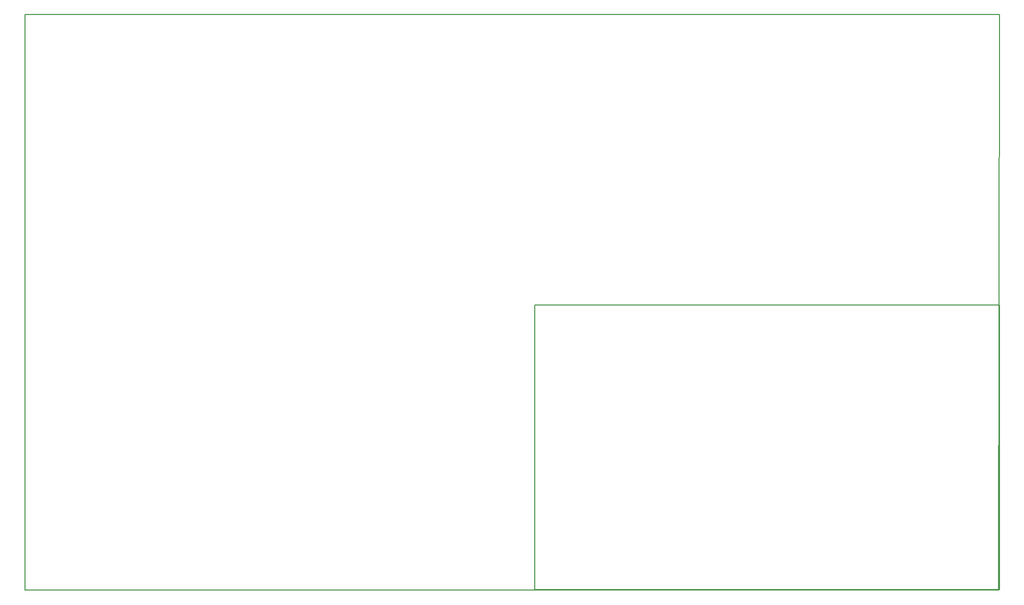
<source format=gbr>
G04 GERBER ASCII OUTPUT FROM: EDWIN 2000 (VER. 1.1 REV. 20011025)*
G04 GERBER FORMAT: RX-274-X*
G04 BOARD: SP_PROTON_SMD2*
G04 NC DRILL TEMPLATE*
%ASAXBY*%
%FSLAX23Y23*%
%MIA0B0*%
%MOIN*%
%OFA0B0*%
%SFA1B1*%
%IJA0B0*%
%INMPLOTSL*%
%IOA0B0*%
%IPPOS*%
%IR0*%
G04 APERTURE LIST*
%ADD10C,0.0010*%
%ADD12C,0.0020*%
%ADD13R,0.0020X0.0020*%
%ADD14C,0.0030*%
%ADD15R,0.0030X0.0030*%
%ADD16C,0.00356*%
%ADD17R,0.00356X0.00356*%
%ADD18C,0.0040*%
%ADD19R,0.0040X0.0040*%
%ADD20C,0.0050*%
%ADD21R,0.0050X0.0050*%
%ADD22C,0.0051*%
%ADD23R,0.0051X0.0051*%
%ADD24C,0.00787*%
%ADD25R,0.00787X0.00787*%
%ADD26C,0.00799*%
%ADD28C,0.0080*%
%ADD29R,0.0080X0.0080*%
%ADD30C,0.00984*%
%ADD31R,0.00984X0.00984*%
%ADD32C,0.0100*%
%ADD33R,0.0100X0.0100*%
%ADD34C,0.0120*%
%ADD36C,0.01299*%
%ADD38C,0.0130*%
%ADD40C,0.0150*%
%ADD42C,0.01598*%
%ADD44C,0.0160*%
%ADD46C,0.01969*%
%ADD47R,0.01969X0.01969*%
%ADD48C,0.0200*%
%ADD50C,0.0200*%
%ADD51R,0.0200X0.0200*%
%ADD52C,0.02044*%
%ADD53R,0.02044X0.02044*%
%ADD54C,0.0250*%
%ADD55R,0.0250X0.0250*%
%ADD56C,0.0280*%
%ADD57R,0.0280X0.0280*%
%ADD58C,0.0290*%
%ADD60C,0.0300*%
%ADD62C,0.03187*%
%ADD64C,0.03199*%
%ADD66C,0.0320*%
%ADD67R,0.0320X0.0320*%
%ADD68C,0.0340*%
%ADD69R,0.0340X0.0340*%
%ADD70C,0.0350*%
%ADD71R,0.0350X0.0350*%
%ADD72C,0.03543*%
%ADD73R,0.03543X0.03543*%
%ADD74C,0.0360*%
%ADD76C,0.03699*%
%ADD78C,0.0370*%
%ADD80C,0.03898*%
%ADD81R,0.03898X0.03898*%
%ADD82C,0.03937*%
%ADD83R,0.03937X0.03937*%
%ADD84C,0.03998*%
%ADD86C,0.0400*%
%ADD87R,0.0400X0.0400*%
%ADD88C,0.04252*%
%ADD89R,0.04252X0.04252*%
%ADD90C,0.0440*%
%ADD92C,0.0440*%
%ADD93R,0.0440X0.0440*%
%ADD94C,0.04444*%
%ADD95R,0.04444X0.04444*%
%ADD96C,0.0480*%
%ADD97R,0.0480X0.0480*%
%ADD98C,0.0490*%
%ADD99R,0.0490X0.0490*%
%ADD100C,0.0500*%
%ADD101R,0.0500X0.0500*%
%ADD102C,0.0502*%
%ADD103R,0.0502X0.0502*%
%ADD104C,0.0540*%
%ADD106C,0.0550*%
%ADD107R,0.0550X0.0550*%
%ADD108C,0.0560*%
%ADD109R,0.0560X0.0560*%
%ADD110C,0.0580*%
%ADD111R,0.0580X0.0580*%
%ADD112C,0.0590*%
%ADD113R,0.0590X0.0590*%
%ADD114C,0.05906*%
%ADD115R,0.05906X0.05906*%
%ADD116C,0.05943*%
%ADD117R,0.05943X0.05943*%
%ADD118C,0.0600*%
%ADD119R,0.0600X0.0600*%
%ADD120C,0.0620*%
%ADD121R,0.0620X0.0620*%
%ADD122C,0.06298*%
%ADD123R,0.06298X0.06298*%
%ADD124C,0.06378*%
%ADD125R,0.06378X0.06378*%
%ADD126C,0.0640*%
%ADD127R,0.0640X0.0640*%
%ADD128C,0.0650*%
%ADD129R,0.0650X0.0650*%
%ADD130C,0.06652*%
%ADD131R,0.06652X0.06652*%
%ADD132C,0.06906*%
%ADD133R,0.06906X0.06906*%
%ADD134C,0.0700*%
%ADD135R,0.0700X0.0700*%
%ADD136C,0.0720*%
%ADD137R,0.0720X0.0720*%
%ADD138C,0.0740*%
%ADD139R,0.0740X0.0740*%
%ADD140C,0.0742*%
%ADD141R,0.0742X0.0742*%
%ADD142C,0.07559*%
%ADD143R,0.07559X0.07559*%
%ADD144C,0.0760*%
%ADD145R,0.0760X0.0760*%
%ADD146C,0.07874*%
%ADD147R,0.07874X0.07874*%
%ADD148C,0.0790*%
%ADD149R,0.0790X0.0790*%
%ADD150C,0.0800*%
%ADD151R,0.0800X0.0800*%
%ADD152C,0.0820*%
%ADD153R,0.0820X0.0820*%
%ADD154C,0.0840*%
%ADD155R,0.0840X0.0840*%
%ADD156C,0.0860*%
%ADD157R,0.0860X0.0860*%
%ADD158C,0.08778*%
%ADD159R,0.08778X0.08778*%
%ADD160C,0.0880*%
%ADD161R,0.0880X0.0880*%
%ADD162C,0.0890*%
%ADD163R,0.0890X0.0890*%
%ADD164C,0.08903*%
%ADD165R,0.08903X0.08903*%
%ADD166C,0.08969*%
%ADD167R,0.08969X0.08969*%
%ADD168C,0.0900*%
%ADD169R,0.0900X0.0900*%
%ADD170C,0.09213*%
%ADD171R,0.09213X0.09213*%
%ADD172C,0.0940*%
%ADD173R,0.0940X0.0940*%
%ADD174C,0.09496*%
%ADD175R,0.09496X0.09496*%
%ADD176C,0.0960*%
%ADD177R,0.0960X0.0960*%
%ADD178C,0.09788*%
%ADD179R,0.09788X0.09788*%
%ADD180C,0.09959*%
%ADD181R,0.09959X0.09959*%
%ADD182C,0.1000*%
%ADD183R,0.1000X0.1000*%
%ADD184C,0.1040*%
%ADD185R,0.1040X0.1040*%
%ADD186C,0.1060*%
%ADD187R,0.1060X0.1060*%
%ADD188C,0.10866*%
%ADD189R,0.10866X0.10866*%
%ADD190C,0.1100*%
%ADD191R,0.1100X0.1100*%
%ADD192C,0.1120*%
%ADD193R,0.1120X0.1120*%
%ADD194C,0.11303*%
%ADD195R,0.11303X0.11303*%
%ADD196C,0.11369*%
%ADD197R,0.11369X0.11369*%
%ADD198C,0.1140*%
%ADD199R,0.1140X0.1140*%
%ADD200C,0.11613*%
%ADD201R,0.11613X0.11613*%
%ADD202C,0.11896*%
%ADD203R,0.11896X0.11896*%
%ADD204C,0.1200*%
%ADD205R,0.1200X0.1200*%
%ADD206C,0.12188*%
%ADD207R,0.12188X0.12188*%
%ADD208C,0.1240*%
%ADD209R,0.1240X0.1240*%
%ADD210C,0.12464*%
%ADD211R,0.12464X0.12464*%
%ADD212C,0.1300*%
%ADD213R,0.1300X0.1300*%
%ADD214C,0.13266*%
%ADD215R,0.13266X0.13266*%
%ADD216C,0.13465*%
%ADD217R,0.13465X0.13465*%
%ADD218C,0.13553*%
%ADD219R,0.13553X0.13553*%
%ADD220C,0.1378*%
%ADD221R,0.1378X0.1378*%
%ADD222C,0.1400*%
%ADD223R,0.1400X0.1400*%
%ADD224C,0.1440*%
%ADD225R,0.1440X0.1440*%
%ADD226C,0.14864*%
%ADD227R,0.14864X0.14864*%
%ADD228C,0.15059*%
%ADD229R,0.15059X0.15059*%
%ADD230C,0.1540*%
%ADD231R,0.1540X0.1540*%
%ADD232C,0.15865*%
%ADD233R,0.15865X0.15865*%
%ADD234C,0.15953*%
%ADD235R,0.15953X0.15953*%
%ADD236C,0.1600*%
%ADD237R,0.1600X0.1600*%
%ADD238C,0.16063*%
%ADD239R,0.16063X0.16063*%
%ADD240C,0.1640*%
%ADD241R,0.1640X0.1640*%
%ADD242C,0.16535*%
%ADD243R,0.16535X0.16535*%
%ADD244C,0.16669*%
%ADD245R,0.16669X0.16669*%
%ADD246C,0.16723*%
%ADD247R,0.16723X0.16723*%
%ADD248C,0.1700*%
%ADD249R,0.1700X0.1700*%
%ADD250C,0.17061*%
%ADD251R,0.17061X0.17061*%
%ADD252C,0.17459*%
%ADD253R,0.17459X0.17459*%
%ADD254C,0.17717*%
%ADD255R,0.17717X0.17717*%
%ADD256C,0.17953*%
%ADD257R,0.17953X0.17953*%
%ADD258C,0.18189*%
%ADD259R,0.18189X0.18189*%
%ADD260C,0.18244*%
%ADD261R,0.18244X0.18244*%
%ADD262C,0.18298*%
%ADD263R,0.18298X0.18298*%
%ADD264C,0.18463*%
%ADD265R,0.18463X0.18463*%
%ADD266C,0.18657*%
%ADD267R,0.18657X0.18657*%
%ADD268C,0.18878*%
%ADD269R,0.18878X0.18878*%
%ADD270C,0.18935*%
%ADD271R,0.18935X0.18935*%
%ADD272C,0.19069*%
%ADD273R,0.19069X0.19069*%
%ADD274C,0.19123*%
%ADD275R,0.19123X0.19123*%
%ADD276C,0.19134*%
%ADD277R,0.19134X0.19134*%
%ADD278C,0.19461*%
%ADD279R,0.19461X0.19461*%
%ADD280C,0.20353*%
%ADD281R,0.20353X0.20353*%
%ADD282C,0.20589*%
%ADD283R,0.20589X0.20589*%
%ADD284C,0.20644*%
%ADD285R,0.20644X0.20644*%
%ADD286C,0.20698*%
%ADD287R,0.20698X0.20698*%
%ADD288C,0.20709*%
%ADD289R,0.20709X0.20709*%
%ADD290C,0.20787*%
%ADD291R,0.20787X0.20787*%
%ADD292C,0.21057*%
%ADD293R,0.21057X0.21057*%
%ADD294C,0.21278*%
%ADD295R,0.21278X0.21278*%
%ADD296C,0.21534*%
%ADD297R,0.21534X0.21534*%
%ADD298C,0.23109*%
%ADD299R,0.23109X0.23109*%
%ADD301R,0.23187X0.23187*%
%ADD303R,0.24094X0.24094*%
%ADD305R,0.25984X0.25984*%
%ADD307R,0.26494X0.26494*%
%ADD309R,0.28384X0.28384*%
%ADD311R,0.3000X0.3000*%
%ADD313R,0.3060X0.3060*%
%ADD315R,0.3100X0.3100*%
%ADD317R,0.31654X0.31654*%
%ADD319R,0.3200X0.3200*%
%ADD321R,0.32181X0.32181*%
%ADD323R,0.3240X0.3240*%
%ADD325R,0.3300X0.3300*%
%ADD327R,0.3340X0.3340*%
%ADD329R,0.34054X0.34054*%
%ADD331R,0.3440X0.3440*%
%ADD333R,0.34423X0.34423*%
%ADD335R,0.34581X0.34581*%
%ADD337R,0.3540X0.3540*%
%ADD339R,0.36823X0.36823*%
%ADD341R,0.3685X0.3685*%
%ADD343R,0.38248X0.38248*%
%ADD345R,0.39171X0.39171*%
%ADD347R,0.3925X0.3925*%
%ADD349R,0.40648X0.40648*%
%ADD351R,0.41571X0.41571*%
%ADD353R,0.48074X0.48074*%
%ADD355R,0.50474X0.50474*%
%ADD357R,0.5216X0.5216*%
%ADD359R,0.53386X0.53386*%
%ADD361R,0.53858X0.53858*%
%ADD363R,0.5456X0.5456*%
%ADD365R,0.55786X0.55786*%
%ADD367R,0.56258X0.56258*%
%ADD369R,0.59944X0.59944*%
%ADD371R,0.61724X0.61724*%
%ADD373R,0.62318X0.62318*%
%ADD375R,0.62344X0.62344*%
%ADD377R,0.64124X0.64124*%
%ADD379R,0.64718X0.64718*%
%ADD381R,0.65197X0.65197*%
%ADD383R,0.67597X0.67597*%
%ADD385R,0.68976X0.68976*%
%ADD387R,0.71376X0.71376*%
%ADD389R,0.73937X0.73937*%
%ADD391R,0.76337X0.76337*%
%ADD393R,0.83268X0.83268*%
%ADD395R,0.85287X0.85287*%
%ADD397R,0.85668X0.85668*%
%ADD399R,0.87687X0.87687*%
%ADD401R,0.94961X0.94961*%
%ADD403R,0.96378X0.96378*%
%ADD405R,0.97361X0.97361*%
%ADD407R,0.98778X0.98778*%
%ADD409R,1.03465X1.03465*%
%ADD411R,1.05865X1.05865*%
%ADD413R,1.29384X1.29384*%
%ADD415R,1.31784X1.31784*%
%ADD417R,1.3300X1.3300*%
%ADD419R,1.3540X1.3540*%
%ADD421R,1.89657X1.89657*%
%ADD423R,1.89744X1.89744*%
%ADD425R,1.92057X1.92057*%
%ADD427R,1.92144X1.92144*%
%ADD429R,2.13068X2.13068*%
%ADD431R,2.15468X2.15468*%
%ADD433R,2.83228X2.83228*%
%ADD435R,2.85628X2.85628*%
%ADD437R,3.07205X3.07205*%
%ADD439R,3.09605X3.09605*%
%ADD441R,3.12726X3.12726*%
%ADD443R,3.15126X3.15126*%
%ADD445R,3.8501X3.8501*%
%ADD447R,3.8741X3.8741*%
G04*
D20* 
X0Y0D02*
X0Y3843D01*
X6500Y3843D01*
X6496Y0D01*
X0Y0D01*
X3401Y5D02*
X6501Y5D01*
X6501Y1905D01*
X3401Y1905D01*
X3401Y5D01*
M02*

</source>
